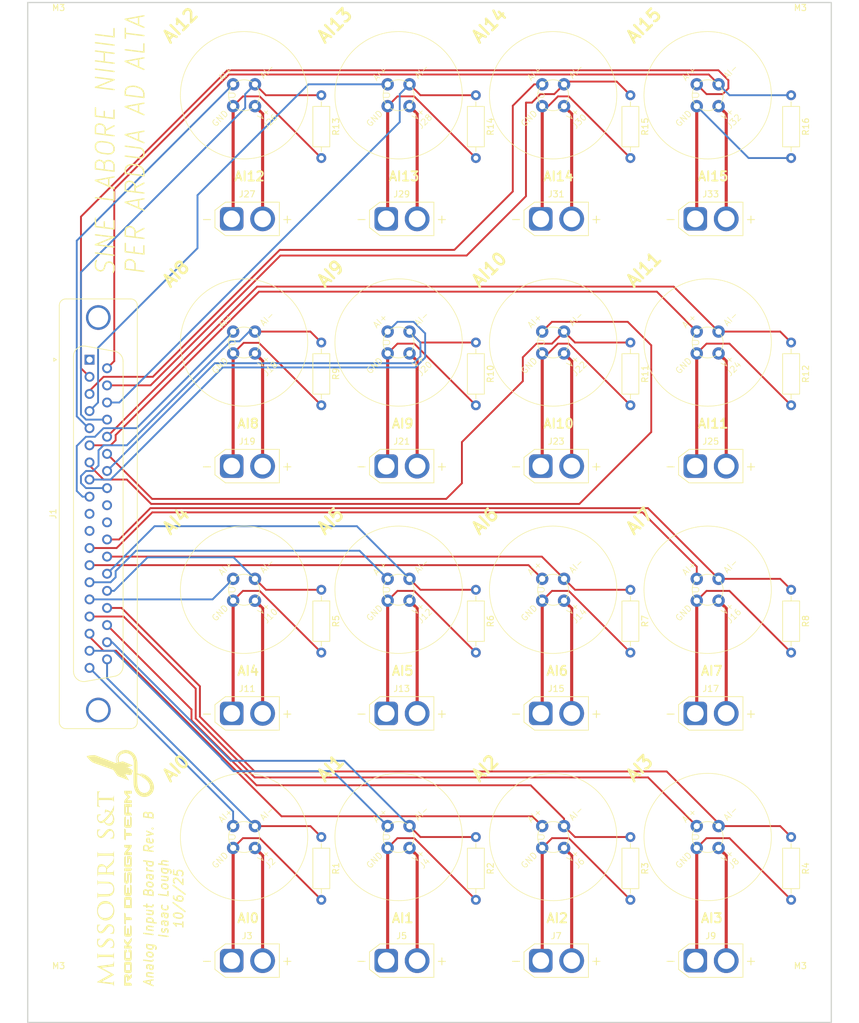
<source format=kicad_pcb>
(kicad_pcb (version 20241229) (generator "pcbnew") (generator_version "9.0")
  (title_block (title "AI Board") (date "2025-07-15") (rev "B") (company "Missouri S&T Rocket Design Team") (comment 1 "Designer: Isaac Lough"))
  (layers (0 "F.Cu" signal) (2 "B.Cu" signal) (13 "F.Paste" user) (15 "B.Paste" user) (5 "F.SilkS" user "F.Silkscreen") (7 "B.SilkS" user "B.Silkscreen") (1 "F.Mask" user) (3 "B.Mask" user) (25 "Edge.Cuts" user))
  (net 0 "")
  (net 1 "/AI9+")
  (net 2 "/AI15+")
  (net 3 "/AI1-")
  (net 4 "/AI12-")
  (net 5 "/NC")
  (net 6 "/AI14+")
  (net 7 "/COM")
  (net 8 "/AI0+")
  (net 9 "/AI3+")
  (net 10 "/AI10+")
  (net 11 "/AI2+")
  (net 12 "/AI2-")
  (net 13 "/AI3-")
  (net 14 "/AI1+")
  (net 15 "/AI5-")
  (net 16 "/AI7+")
  (net 17 "/AI13-")
  (net 18 "/AI8-")
  (net 19 "/AI6-")
  (net 20 "/AI6+")
  (net 21 "/AI10-")
  (net 22 "/AI5+")
  (net 23 "/AI13+")
  (net 24 "/AI12+")
  (net 25 "/AI4+")
  (net 26 "/AI14-")
  (net 27 "/AI7-")
  (net 28 "/AI0-")
  (net 29 "/AI11-")
  (net 31 "/AI9-")
  (net 32 "/AI4-")
  (net 33 "/AI15-")
  (net 34 "/AI11+")
  (net 35 "/AI8+")
  (net 36 "Net-(J2-Pin_3)")
  (net 37 "Net-(J2-Pin_4)")
  (net 38 "Net-(J4-Pin_3)")
  (net 39 "Net-(J4-Pin_4)")
  (net 40 "Net-(J6-Pin_4)")
  (net 41 "Net-(J6-Pin_3)")
  (net 42 "Net-(J8-Pin_4)")
  (net 43 "Net-(J8-Pin_3)")
  (net 44 "Net-(J10-Pin_3)")
  (net 45 "Net-(J10-Pin_4)")
  (net 46 "Net-(J12-Pin_4)")
  (net 47 "Net-(J12-Pin_3)")
  (net 48 "Net-(J14-Pin_4)")
  (net 49 "Net-(J14-Pin_3)")
  (net 50 "Net-(J16-Pin_4)")
  (net 51 "Net-(J16-Pin_3)")
  (net 52 "Net-(J18-Pin_4)")
  (net 53 "Net-(J18-Pin_3)")
  (net 54 "Net-(J20-Pin_4)")
  (net 55 "Net-(J20-Pin_3)")
  (net 56 "Net-(J22-Pin_4)")
  (net 57 "Net-(J22-Pin_3)")
  (net 58 "Net-(J24-Pin_3)")
  (net 59 "Net-(J24-Pin_4)")
  (net 60 "Net-(J26-Pin_3)")
  (net 61 "Net-(J26-Pin_4)")
  (net 62 "Net-(J28-Pin_3)")
  (net 63 "Net-(J28-Pin_4)")
  (net 64 "Net-(J30-Pin_4)")
  (net 65 "Net-(J30-Pin_3)")
  (net 66 "Net-(J32-Pin_4)")
  (net 67 "Net-(J32-Pin_3)")
  (footprint "Metric_Circular_Connectors:M12 A-Code Amphenol" (layer "F.Cu") (at 125 110 45)
    (property "Reference" "J16")
    (property "Value" "AI7 M12")
  )
  (footprint "Resistor_THT:R_Axial_DIN0207_L6.3mm_D2.5mm_P10.16mm_Horizontal" (layer "F.Cu") (at 138.5 70 -90)
    (property "Reference" "R12")
    (property "Value" "R")
  )
  (footprint "Metric_Circular_Connectors:M12 A-Code Amphenol" (layer "F.Cu") (at 100 70 45)
    (property "Reference" "J22")
    (property "Value" "AI10 M12")
  )
  (footprint "Connector_AMASS:AMASS_XT30U-F_1x02_P5.0mm_Vertical" (layer "F.Cu") (at 98 50)
    (property "Reference" "J31")
    (property "Value" "AI14 XT30")
  )
  (footprint "MountingHole:MountingHole_3.2mm_M3" (layer "F.Cu") (at 20 20)
    (property "Reference" "M3")
    (property "Value" "MountingHole_3.2mm_M3")
  )
  (footprint "Connector_AMASS:AMASS_XT30U-F_1x02_P5.0mm_Vertical" (layer "F.Cu") (at 73 170)
    (property "Reference" "J5")
    (property "Value" "AI1 XT30")
  )
  (footprint "MountingHole:MountingHole_3.2mm_M3" (layer "F.Cu") (at 140 20)
    (property "Reference" "M3")
    (property "Value" "MountingHole_3.2mm_M3")
  )
  (footprint "Metric_Circular_Connectors:M12 A-Code Amphenol" (layer "F.Cu") (at 125 30 45)
    (property "Reference" "J32")
    (property "Value" "AI15 M12")
  )
  (footprint "Metric_Circular_Connectors:M12 A-Code Amphenol" (layer "F.Cu") (at 50 110 45)
    (property "Reference" "J10")
    (property "Value" "AI4 M12")
  )
  (footprint "Metric_Circular_Connectors:M12 A-Code Amphenol" (layer "F.Cu") (at 100 150 45)
    (property "Reference" "J6")
    (property "Value" "AI2 M12")
  )
  (footprint "Metric_Circular_Connectors:M12 A-Code Amphenol" (layer "F.Cu") (at 50 70 45)
    (property "Reference" "J18")
    (property "Value" "AI8 M12")
  )
  (footprint "MST RDT PR:MSTRDTLogoFootprint11mm" (layer "F.Cu") (at 30 155 90)
    (property "Reference" "G***" (hide yes))
    (property "Value" "LOGO" (hide yes))
  )
  (footprint "Connector_AMASS:AMASS_XT30U-F_1x02_P5.0mm_Vertical" (layer "F.Cu") (at 98 90)
    (property "Reference" "J23")
    (property "Value" "AI10 XT30")
  )
  (footprint "Metric_Circular_Connectors:M12 A-Code Amphenol" (layer "F.Cu") (at 50 30 45)
    (property "Reference" "J26")
    (property "Value" "AI12 M12")
  )
  (footprint "Resistor_THT:R_Axial_DIN0207_L6.3mm_D2.5mm_P10.16mm_Horizontal" (layer "F.Cu") (at 138.5 150 -90)
    (property "Reference" "R4")
    (property "Value" "R")
  )
  (footprint "Connector_Dsub:DSUB-37_Socket_Vertical_P2.77x2.84mm_MountingHoles" (layer "F.Cu") (at 25 72.78 90)
    (property "Reference" "J1")
    (property "Value" "DC37_Socket_MountingHoles")
  )
  (footprint "Resistor_THT:R_Axial_DIN0207_L6.3mm_D2.5mm_P10.16mm_Horizontal" (layer "F.Cu") (at 112.5 70 -90)
    (property "Reference" "R11")
    (property "Value" "R")
  )
  (footprint "MountingHole:MountingHole_3.2mm_M3" (layer "F.Cu") (at 20 175)
    (property "Reference" "M3")
    (property "Value" "MountingHole_3.2mm_M3")
  )
  (footprint "Connector_AMASS:AMASS_XT30U-F_1x02_P5.0mm_Vertical" (layer "F.Cu") (at 123 50)
    (property "Reference" "J33")
    (property "Value" "AI15 XT30")
  )
  (footprint "Metric_Circular_Connectors:M12 A-Code Amphenol" (layer "F.Cu") (at 100 110 45)
    (property "Reference" "J14")
    (property "Value" "AI6 M12")
  )
  (footprint "Connector_AMASS:AMASS_XT30U-F_1x02_P5.0mm_Vertical" (layer "F.Cu") (at 48 130)
    (property "Reference" "J11")
    (property "Value" "AI4 XT30")
  )
  (footprint "Metric_Circular_Connectors:M12 A-Code Amphenol" (layer "F.Cu") (at 125 70 45)
    (property "Reference" "J24")
    (property "Value" "AI11 M12")
  )
  (footprint "Metric_Circular_Connectors:M12 A-Code Amphenol" (layer "F.Cu") (at 75 30 45)
    (property "Reference" "J28")
    (property "Value" "AI13 M12")
  )
  (footprint "Connector_AMASS:AMASS_XT30U-F_1x02_P5.0mm_Vertical" (layer "F.Cu") (at 48 90)
    (property "Reference" "J19")
    (property "Value" "AI8 XT30")
  )
  (footprint "Metric_Circular_Connectors:M12 A-Code Amphenol" (layer "F.Cu") (at 75 110 45)
    (property "Reference" "J12")
    (property "Value" "AI5 M12")
  )
  (footprint "Resistor_THT:R_Axial_DIN0207_L6.3mm_D2.5mm_P10.16mm_Horizontal" (layer "F.Cu") (at 87.5 150 -90)
    (property "Reference" "R2")
    (property "Value" "R")
  )
  (footprint "Metric_Circular_Connectors:M12 A-Code Amphenol" (layer "F.Cu") (at 75 70 45)
    (property "Reference" "J20")
    (property "Value" "AI9 M12")
  )
  (footprint "Connector_AMASS:AMASS_XT30U-F_1x02_P5.0mm_Vertical" (layer "F.Cu") (at 73 130)
    (property "Reference" "J13")
    (property "Value" "AI5 XT30")
  )
  (footprint "Resistor_THT:R_Axial_DIN0207_L6.3mm_D2.5mm_P10.16mm_Horizontal" (layer "F.Cu") (at 87.5 70 -90)
    (property "Reference" "R10")
    (property "Value" "R")
  )
  (footprint "Resistor_THT:R_Axial_DIN0207_L6.3mm_D2.5mm_P10.16mm_Horizontal" (layer "F.Cu") (at 138.5 30 -90)
    (property "Reference" "R16")
    (property "Value" "R")
  )
  (footprint "Connector_AMASS:AMASS_XT30U-F_1x02_P5.0mm_Vertical" (layer "F.Cu") (at 98 170)
    (property "Reference" "J7")
    (property "Value" "AI2 XT30")
  )
  (footprint "Resistor_THT:R_Axial_DIN0207_L6.3mm_D2.5mm_P10.16mm_Horizontal" (layer "F.Cu") (at 87.5 110 -90)
    (property "Reference" "R6")
    (property "Value" "R")
  )
  (footprint "Connector_AMASS:AMASS_XT30U-F_1x02_P5.0mm_Vertical" (layer "F.Cu") (at 73 90)
    (property "Reference" "J21")
    (property "Value" "AI9 XT30")
  )
  (footprint "Resistor_THT:R_Axial_DIN0207_L6.3mm_D2.5mm_P10.16mm_Horizontal" (layer "F.Cu") (at 138.5 110 -90)
    (property "Reference" "R8")
    (property "Value" "R")
  )
  (footprint "Resistor_THT:R_Axial_DIN0207_L6.3mm_D2.5mm_P10.16mm_Horizontal" (layer "F.Cu") (at 87.5 30 -90)
    (property "Reference" "R14")
    (property "Value" "R")
  )
  (footprint "Resistor_THT:R_Axial_DIN0207_L6.3mm_D2.5mm_P10.16mm_Horizontal" (layer "F.Cu") (at 112.5 30 -90)
    (property "Reference" "R15")
    (property "Value" "R")
  )
  (footprint "Connector_AMASS:AMASS_XT30U-F_1x02_P5.0mm_Vertical" (layer "F.Cu") (at 48 170)
    (property "Reference" "J3")
    (property "Value" "AI0 XT30")
  )
  (footprint "Metric_Circular_Connectors:M12 A-Code Amphenol" (layer "F.Cu") (at 75 150 45)
    (property "Reference" "J4")
    (property "Value" "AI1 M12")
  )
  (footprint "MountingHole:MountingHole_3.2mm_M3" (layer "F.Cu") (at 140 175)
    (property "Reference" "M3")
    (property "Value" "MountingHole_3.2mm_M3")
  )
  (footprint "Metric_Circular_Connectors:M12 A-Code Amphenol" (layer "F.Cu") (at 50 150 45)
    (property "Reference" "J2")
    (property "Value" "AI0 M12")
  )
  (footprint "Connector_AMASS:AMASS_XT30U-F_1x02_P5.0mm_Vertical" (layer "F.Cu") (at 48 50)
    (property "Reference" "J27")
    (property "Value" "AI12 XT30")
  )
  (footprint "Connector_AMASS:AMASS_XT30U-F_1x02_P5.0mm_Vertical" (layer "F.Cu") (at 98 130)
    (property "Reference" "J15")
    (property "Value" "AI6 XT30")
  )
  (footprint "Connector_AMASS:AMASS_XT30U-F_1x02_P5.0mm_Vertical" (layer "F.Cu") (at 123 130)
    (property "Reference" "J17")
    (property "Value" "AI7 XT30")
  )
  (footprint "Connector_AMASS:AMASS_XT30U-F_1x02_P5.0mm_Vertical" (layer "F.Cu") (at 123 170)
    (property "Reference" "J9")
    (property "Value" "AI3 XT30")
  )
  (footprint "Connector_AMASS:AMASS_XT30U-F_1x02_P5.0mm_Vertical" (layer "F.Cu") (at 73 50)
    (property "Reference" "J29")
    (property "Value" "AI13 XT30")
  )
  (footprint "Connector_AMASS:AMASS_XT30U-F_1x02_P5.0mm_Vertical" (layer "F.Cu") (at 123 90)
    (property "Reference" "J25")
    (property "Value" "AI11 XT30")
  )
  (footprint "Resistor_THT:R_Axial_DIN0207_L6.3mm_D2.5mm_P10.16mm_Horizontal" (layer "F.Cu") (at 112.5 150 -90)
    (property "Reference" "R3")
    (property "Value" "R")
  )
  (footprint "Resistor_THT:R_Axial_DIN0207_L6.3mm_D2.5mm_P10.16mm_Horizontal" (layer "F.Cu") (at 112.5 110 -90)
    (property "Reference" "R7")
    (property "Value" "R")
  )
  (footprint "Metric_Circular_Connectors:M12 A-Code Amphenol" (layer "F.Cu") (at 100 30 45)
    (property "Reference" "J30")
    (property "Value" "AI14 M12")
  )
  (footprint "Resistor_THT:R_Axial_DIN0207_L6.3mm_D2.5mm_P10.16mm_Horizontal" (layer "F.Cu") (at 62.5 110 -90)
    (property "Reference" "R5")
    (property "Value" "R")
  )
  (footprint "Resistor_THT:R_Axial_DIN0207_L6.3mm_D2.5mm_P10.16mm_Horizontal" (layer "F.Cu") (at 62.5 70 -90)
    (property "Reference" "R9")
    (property "Value" "R")
  )
  (footprint "Resistor_THT:R_Axial_DIN0207_L6.3mm_D2.5mm_P10.16mm_Horizontal" (layer "F.Cu") (at 62.5 30 -90)
    (property "Reference" "R13")
    (property "Value" "R")
  )
  (footprint "Resistor_THT:R_Axial_DIN0207_L6.3mm_D2.5mm_P10.16mm_Horizontal" (layer "F.Cu") (at 62.5 150 -90)
    (property "Reference" "R1")
    (property "Value" "R")
  )
  (footprint "Metric_Circular_Connectors:M12 A-Code Amphenol" (layer "F.Cu") (at 125 150 45)
    (property "Reference" "J8")
    (property "Value" "AI3 M12")
  )
  (gr_rect (start 15 15) (end 145 180) (stroke (width 0.2)) (fill no) (layer "Edge.Cuts"))
  (gr_text "SINE LABORE NIHIL \nPER ARDUA AD ALTA" (at 30 38 90) (layer "F.SilkS") (effects (font (size 3 2.8) (thickness 0.225) (italic yes))))
  (gr_text "AI9" (at 73.75 84 0) (layer "F.SilkS") (effects (font (size 1.5 1.5) (thickness 0.3) (bold yes)) (justify left bottom)))
  (gr_text "AI6" (at 98.75 124 0) (layer "F.SilkS") (effects (font (size 1.5 1.5) (thickness 0.3) (bold yes)) (justify left bottom)))
  (gr_text "AI12" (at 38 22 45) (layer "F.SilkS") (effects (font (size 2 2) (thickness 0.4) (bold yes)) (justify left bottom)))
  (gr_text "AI15" (at 113 22 45) (layer "F.SilkS") (effects (font (size 2 2) (thickness 0.4) (bold yes)) (justify left bottom)))
  (gr_text "AI8" (at 48.75 84 0) (layer "F.SilkS") (effects (font (size 1.5 1.5) (thickness 0.3) (bold yes)) (justify left bottom)))
  (gr_text "AI11" (at 123.25 84 0) (layer "F.SilkS") (effects (font (size 1.5 1.5) (thickness 0.3) (bold yes)) (justify left bottom)))
  (gr_text "AI5" (at 63 101.5 45) (layer "F.SilkS") (effects (font (size 2 2) (thickness 0.4) (bold yes)) (justify left bottom)))
  (gr_text "AI9" (at 63 61.5 45) (layer "F.SilkS") (effects (font (size 2 2) (thickness 0.4) (bold yes)) (justify left bottom)))
  (gr_text "AI1\n" (at 73.75 164 0) (layer "F.SilkS") (effects (font (size 1.5 1.5) (thickness 0.3) (bold yes)) (justify left bottom)))
  (gr_text "AI11" (at 113 61.5 45) (layer "F.SilkS") (effects (font (size 2 2) (thickness 0.4) (bold yes)) (justify left bottom)))
  (gr_text "Analog Input Board Rev. B\nIsaac Lough\n10/6/25" (at 37 160 90) (layer "F.SilkS") (effects (font (size 1.5 1.4) (thickness 0.225) (italic yes))))
  (gr_text "AI3" (at 123.75 164 0) (layer "F.SilkS") (effects (font (size 1.5 1.5) (thickness 0.3) (bold yes)) (justify left bottom)))
  (gr_text "AI2" (at 98.75 164 0) (layer "F.SilkS") (effects (font (size 1.5 1.5) (thickness 0.3) (bold yes)) (justify left bottom)))
  (gr_text "AI7" (at 113 101.5 45) (layer "F.SilkS") (effects (font (size 2 2) (thickness 0.4) (bold yes)) (justify left bottom)))
  (gr_text "AI15" (at 123.25 44 0) (layer "F.SilkS") (effects (font (size 1.5 1.5) (thickness 0.3) (bold yes)) (justify left bottom)))
  (gr_text "AI0\n" (at 38 141.5 45) (layer "F.SilkS") (effects (font (size 2 2) (thickness 0.4) (bold yes)) (justify left bottom)))
  (gr_text "AI13" (at 73.25 44 0) (layer "F.SilkS") (effects (font (size 1.5 1.5) (thickness 0.3) (bold yes)) (justify left bottom)))
  (gr_text "AI4" (at 48.75 124 0) (layer "F.SilkS") (effects (font (size 1.5 1.5) (thickness 0.3) (bold yes)) (justify left bottom)))
  (gr_text "AI14" (at 88 22 45) (layer "F.SilkS") (effects (font (size 2 2) (thickness 0.4) (bold yes)) (justify left bottom)))
  (gr_text "AI14" (at 98.25 44 0) (layer "F.SilkS") (effects (font (size 1.5 1.5) (thickness 0.3) (bold yes)) (justify left bottom)))
  (gr_text "AI10" (at 88 61.5 45) (layer "F.SilkS") (effects (font (size 2 2) (thickness 0.4) (bold yes)) (justify left bottom)))
  (gr_text "AI10" (at 98.25 84 0) (layer "F.SilkS") (effects (font (size 1.5 1.5) (thickness 0.3) (bold yes)) (justify left bottom)))
  (gr_text "AI2\n" (at 88 141.5 45) (layer "F.SilkS") (effects (font (size 2 2) (thickness 0.4) (bold yes)) (justify left bottom)))
  (gr_text "AI12" (at 48.25 44 0) (layer "F.SilkS") (effects (font (size 1.5 1.5) (thickness 0.3) (bold yes)) (justify left bottom)))
  (gr_text "AI7" (at 123.75 124 0) (layer "F.SilkS") (effects (font (size 1.5 1.5) (thickness 0.3) (bold yes)) (justify left bottom)))
  (gr_text "AI4" (at 38 101.5 45) (layer "F.SilkS") (effects (font (size 2 2) (thickness 0.4) (bold yes)) (justify left bottom)))
  (gr_text "AI0\n" (at 48.75 164 0) (layer "F.SilkS") (effects (font (size 1.5 1.5) (thickness 0.3) (bold yes)) (justify left bottom)))
  (gr_text "AI13" (at 63 22 45) (layer "F.SilkS") (effects (font (size 2 2) (thickness 0.4) (bold yes)) (justify left bottom)))
  (gr_text "AI1\n" (at 63 141.5 45) (layer "F.SilkS") (effects (font (size 2 2) (thickness 0.4) (bold yes)) (justify left bottom)))
  (gr_text "AI8\n" (at 38 61.5 45) (layer "F.SilkS") (effects (font (size 2 2) (thickness 0.4) (bold yes)) (justify left bottom)))
  (gr_text "AI6" (at 88 101.5 45) (layer "F.SilkS") (effects (font (size 2 2) (thickness 0.4) (bold yes)) (justify left bottom)))
  (gr_text "AI3" (at 113 141.5 45) (layer "F.SilkS") (effects (font (size 2 2) (thickness 0.4) (bold yes)) (justify left bottom)))
  (gr_text "AI5" (at 73.75 124 0) (layer "F.SilkS") (effects (font (size 1.5 1.5) (thickness 0.3) (bold yes)) (justify left bottom)))
  (segment (start 78.994 68.218917) (end 77.423716 66.648633) (width 0.3) (layer "B.Cu") (net 1))
  (segment (start 79.2988 68.523717) (end 78.994 68.218917) (width 0.3) (layer "B.Cu") (net 1))
  (segment (start 79.2988 72.443039) (end 79.2988 68.523717) (width 0.3) (layer "B.Cu") (net 1))
  (segment (start 46.546739 74.034967) (end 77.706872 74.034967) (width 0.3) (layer "B.Cu") (net 1))
  (segment (start 77.423716 66.648633) (end 74.815833 66.648633) (width 0.3) (layer "B.Cu") (net 1))
  (segment (start 28.411706 92.17) (end 46.546739 74.034967) (width 0.3) (layer "B.Cu") (net 1))
  (segment (start 25 92.17) (end 28.411706 92.17) (width 0.3) (layer "B.Cu") (net 1))
  (segment (start 74.815833 66.648633) (end 73.232233 68.232233) (width 0.3) (layer "B.Cu") (net 1))
  (segment (start 77.706872 74.034967) (end 79.2988 72.443039) (width 0.3) (layer "B.Cu") (net 1))
  (segment (start 128.351367 27.576284) (end 128.351367 28.888182) (width 0.3) (layer "F.Cu") (net 2))
  (segment (start 25 75.55) (end 23.6164 74.1664) (width 0.3) (layer "F.Cu") (net 2))
  (segment (start 23.6164 74.1664) (end 23.6164 49.641761) (width 0.3) (layer "F.Cu") (net 2))
  (segment (start 126.733883 25.9588) (end 128.351367 27.576284) (width 0.3) (layer "F.Cu") (net 2))
  (segment (start 124.815833 29.815833) (end 123.232233 28.232233) (width 0.3) (layer "F.Cu") (net 2))
  (segment (start 127.423716 29.815833) (end 124.815833 29.815833) (width 0.3) (layer "F.Cu") (net 2))
  (segment (start 23.6164 49.641761) (end 47.299361 25.9588) (width 0.3) (layer "F.Cu") (net 2))
  (segment (start 47.299361 25.9588) (end 126.733883 25.9588) (width 0.3) (layer "F.Cu") (net 2))
  (segment (start 128.351367 28.888182) (end 127.423716 29.815833) (width 0.3) (layer "F.Cu") (net 2))
  (segment (start 76.767767 148.232233) (end 78.535534 150) (width 0.3) (layer "F.Cu") (net 3))
  (segment (start 78.535534 150) (end 87.5 150) (width 0.3) (layer "F.Cu") (net 3))
  (segment (start 28.6706 118.485) (end 47.8536 137.668) (width 0.3) (layer "B.Cu") (net 3))
  (segment (start 27.84 118.485) (end 28.6706 118.485) (width 0.3) (layer "B.Cu") (net 3))
  (segment (start 47.8536 137.668) (end 66.203534 137.668) (width 0.3) (layer "B.Cu") (net 3))
  (segment (start 66.203534 137.668) (end 76.767767 148.232233) (width 0.3) (layer "B.Cu") (net 3))
  (segment (start 62.5 30) (end 53.535534 30) (width 0.3) (layer "F.Cu") (net 4))
  (segment (start 53.535534 30) (end 51.767767 28.232233) (width 0.3) (layer "F.Cu") (net 4))
  (segment (start 27.84 82.475) (end 24.428294 82.475) (width 0.3) (layer "B.Cu") (net 4))
  (segment (start 50.184167 32.055382) (end 50.184167 29.815833) (width 0.3) (layer "B.Cu") (net 4))
  (segment (start 23.6164 81.663106) (end 23.6164 58.623149) (width 0.3) (layer "B.Cu") (net 4))
  (segment (start 23.6164 58.623149) (end 50.184167 32.055382) (width 0.3) (layer "B.Cu") (net 4))
  (segment (start 24.428294 82.475) (end 23.6164 81.663106) (width 0.3) (layer "B.Cu") (net 4))
  (segment (start 50.184167 29.815833) (end 51.767767 28.232233) (width 0.3) (layer "B.Cu") (net 4))
  (segment (start 84.0232 55.0164) (end 93.472 45.5676) (width 0.3) (layer "F.Cu") (net 6))
  (segment (start 96.938967 28.232233) (end 98.232233 28.232233) (width 0.3) (layer "F.Cu") (net 6))
  (segment (start 55.7784 55.0164) (end 84.0232 55.0164) (width 0.3) (layer "F.Cu") (net 6))
  (segment (start 93.472 45.5676) (end 93.472 31.6992) (width 0.3) (layer "F.Cu") (net 6))
  (segment (start 27.266894 75.5486) (end 35.2462 75.5486) (width 0.3) (layer "F.Cu") (net 6))
  (segment (start 35.2462 75.5486) (end 55.7784 55.0164) (width 0.3) (layer "F.Cu") (net 6))
  (segment (start 93.472 31.6992) (end 96.938967 28.232233) (width 0.3) (layer "F.Cu") (net 6))
  (segment (start 25 78.32) (end 25 77.815494) (width 0.3) (layer "F.Cu") (net 6))
  (segment (start 25 77.815494) (end 27.266894 75.5486) (width 0.3) (layer "F.Cu") (net 6))
  (segment (start 48.232233 145.872233) (end 48.232233 148.232233) (width 0.3) (layer "B.Cu") (net 8))
  (segment (start 25 122.64) (end 48.232233 145.872233) (width 0.3) (layer "B.Cu") (net 8))
  (segment (start 115.3604 140.3604) (end 123.232233 148.232233) (width 0.3) (layer "F.Cu") (net 9))
  (segment (start 30.51 114.33) (end 42.177 125.997) (width 0.3) (layer "F.Cu") (net 9))
  (segment (start 25 114.33) (end 25 114.831706) (width 0.3) (layer "F.Cu") (net 9))
  (segment (start 51.712844 140.3604) (end 115.3604 140.3604) (width 0.3) (layer "F.Cu") (net 9))
  (segment (start 25 114.831706) (end 25.592075 114.239631) (width 0.3) (layer "F.Cu") (net 9))
  (segment (start 25 114.33) (end 30.51 114.33) (width 0.3) (layer "F.Cu") (net 9))
  (segment (start 42.177 130.824556) (end 51.712844 140.3604) (width 0.3) (layer "F.Cu") (net 9))
  (segment (start 42.177 125.997) (end 42.177 130.824556) (width 0.3) (layer "F.Cu") (net 9))
  (segment (start 115.8748 70.4596) (end 112.063833 66.648633) (width 0.3) (layer "F.Cu") (net 10))
  (segment (start 27.266894 92.1686) (end 31.026844 92.1686) (width 0.3) (layer "F.Cu") (net 10))
  (segment (start 115.8748 84.4804) (end 115.8748 70.4596) (width 0.3) (layer "F.Cu") (net 10))
  (segment (start 25 89.4) (end 25 89.901706) (width 0.3) (layer "F.Cu") (net 10))
  (segment (start 99.815833 66.648633) (end 98.232233 68.232233) (width 0.3) (layer "F.Cu") (net 10))
  (segment (start 102.423716 66.648633) (end 99.815833 66.648633) (width 0.3) (layer "F.Cu") (net 10))
  (segment (start 104.2416 96.1136) (end 115.8748 84.4804) (width 0.3) (layer "F.Cu") (net 10))
  (segment (start 25 89.901706) (end 27.266894 92.1686) (width 0.3) (layer "F.Cu") (net 10))
  (segment (start 34.971844 96.1136) (end 104.2416 96.1136) (width 0.3) (layer "F.Cu") (net 10))
  (segment (start 112.063833 66.648633) (end 102.0064 66.648633) (width 0.3) (layer "F.Cu") (net 10))
  (segment (start 31.026844 92.1686) (end 34.971844 96.1136) (width 0.3) (layer "F.Cu") (net 10))
  (segment (start 27.266894 119.8686) (end 29.287532 119.8686) (width 0.3) (layer "F.Cu") (net 11))
  (segment (start 56.067565 146.648633) (end 96.648633 146.648633) (width 0.3) (layer "F.Cu") (net 11))
  (segment (start 29.287532 119.8686) (end 56.067565 146.648633) (width 0.3) (layer "F.Cu") (net 11))
  (segment (start 25 117.1) (end 25 117.601706) (width 0.3) (layer "F.Cu") (net 11))
  (segment (start 96.648633 146.648633) (end 98.232233 148.232233) (width 0.3) (layer "F.Cu") (net 11))
  (segment (start 25 117.601706) (end 27.266894 119.8686) (width 0.3) (layer "F.Cu") (net 11))
  (segment (start 103.535534 150) (end 101.767767 148.232233) (width 0.3) (layer "F.Cu") (net 12))
  (segment (start 41.4934 129.3684) (end 41.4934 131.107712) (width 0.3) (layer "F.Cu") (net 12))
  (segment (start 41.4934 131.107712) (end 52.016088 141.6304) (width 0.3) (layer "F.Cu") (net 12))
  (segment (start 52.016088 141.6304) (end 96.3676 141.6304) (width 0.3) (layer "F.Cu") (net 12))
  (segment (start 101.767767 147.030567) (end 101.767767 148.232233) (width 0.3) (layer "F.Cu") (net 12))
  (segment (start 96.3676 141.6304) (end 101.767767 147.030567) (width 0.3) (layer "F.Cu") (net 12))
  (segment (start 27.84 115.715) (end 41.4934 129.3684) (width 0.3) (layer "F.Cu") (net 12))
  (segment (start 112.5 150) (end 103.535534 150) (width 0.3) (layer "F.Cu") (net 12))
  (segment (start 138.5 150) (end 136.732233 148.232233) (width 0.3) (layer "F.Cu") (net 13))
  (segment (start 118.364 139.3952) (end 126.767767 147.798967) (width 0.3) (layer "F.Cu") (net 13))
  (segment (start 42.8606 130.5414) (end 51.7144 139.3952) (width 0.3) (layer "F.Cu") (net 13))
  (segment (start 51.7144 139.3952) (end 118.364 139.3952) (width 0.3) (layer "F.Cu") (net 13))
  (segment (start 42.8606 125.6138) (end 42.8606 130.5414) (width 0.3) (layer "F.Cu") (net 13))
  (segment (start 30.1918 112.945) (end 42.8606 125.6138) (width 0.3) (layer "F.Cu") (net 13))
  (segment (start 126.767767 147.798967) (end 126.767767 148.232233) (width 0.3) (layer "F.Cu") (net 13))
  (segment (start 136.732233 148.232233) (end 126.767767 148.232233) (width 0.3) (layer "F.Cu") (net 13))
  (segment (start 27.84 112.945) (end 30.1918 112.945) (width 0.3) (layer "F.Cu") (net 13))
  (segment (start 28.938 119.87) (end 46.3804 137.3124) (width 0.3) (layer "B.Cu") (net 14))
  (segment (start 48.3108 139.3444) (end 64.3444 139.3444) (width 0.3) (layer "B.Cu") (net 14))
  (segment (start 46.3804 137.414) (end 48.3108 139.3444) (width 0.3) (layer "B.Cu") (net 14))
  (segment (start 46.3804 137.3124) (end 46.3804 137.414) (width 0.3) (layer "B.Cu") (net 14))
  (segment (start 64.3444 139.3444) (end 73.232233 148.232233) (width 0.3) (layer "B.Cu") (net 14))
  (segment (start 25 119.87) (end 28.938 119.87) (width 0.3) (layer "B.Cu") (net 14))
  (segment (start 78.535534 110) (end 76.767767 108.232233) (width 0.3) (layer "F.Cu") (net 15))
  (segment (start 87.5 110) (end 78.535534 110) (width 0.3) (layer "F.Cu") (net 15))
  (segment (start 68.255934 99.7204) (end 76.767767 108.232233) (width 0.3) (layer "B.Cu") (net 15))
  (segment (start 27.84 107.405) (end 35.5246 99.7204) (width 0.3) (layer "B.Cu") (net 15))
  (segment (start 35.5246 99.7204) (end 68.255934 99.7204) (width 0.3) (layer "B.Cu") (net 15))
  (segment (start 25 103.25) (end 29.3844 103.25) (width 0.3) (layer "F.Cu") (net 16))
  (segment (start 114.448 97.4808) (end 123.232233 106.265033) (width 0.3) (layer "F.Cu") (net 16))
  (segment (start 29.3844 103.25) (end 35.1536 97.4808) (width 0.3) (layer "F.Cu") (net 16))
  (segment (start 123.232233 106.265033) (end 123.232233 108.232233) (width 0.3) (layer "F.Cu") (net 16))
  (segment (start 35.1536 97.4808) (end 114.448 97.4808) (width 0.3) (layer "F.Cu") (net 16))
  (segment (start 87.5 30) (end 78.535534 30) (width 0.3) (layer "F.Cu") (net 17))
  (segment (start 78.535534 30) (end 76.767767 28.232233) (width 0.3) (layer "F.Cu") (net 17))
  (segment (start 75.184167 34.340633) (end 75.184167 29.815833) (width 0.3) (layer "B.Cu") (net 17))
  (segment (start 29.8198 79.705) (end 75.184167 34.340633) (width 0.3) (layer "B.Cu") (net 17))
  (segment (start 27.84 79.705) (end 29.8198 79.705) (width 0.3) (layer "B.Cu") (net 17))
  (segment (start 75.184167 29.815833) (end 76.767767 28.232233) (width 0.3) (layer "B.Cu") (net 17))
  (segment (start 62.5 70) (end 60.732233 68.232233) (width 0.3) (layer "F.Cu") (net 18))
  (segment (start 60.732233 68.232233) (end 51.767767 68.232233) (width 0.3) (layer "F.Cu") (net 18))
  (segment (start 49.259367 69.815833) (end 50.842967 68.232233) (width 0.3) (layer "B.Cu") (net 18))
  (segment (start 23.6164 92.743106) (end 23.6164 91.596894) (width 0.3) (layer "B.Cu") (net 18))
  (segment (start 26.4564 89.903106) (end 26.4564 87.441894) (width 0.3) (layer "B.Cu") (net 18))
  (segment (start 27.84 93.555) (end 24.428294 93.555) (width 0.3) (layer "B.Cu") (net 18))
  (segment (start 24.426894 90.7864) (end 25.573106 90.7864) (width 0.3) (layer "B.Cu") (net 18))
  (segment (start 47.842411 69.815833) (end 49.259367 69.815833) (width 0.3) (layer "B.Cu") (net 18))
  (segment (start 26.4564 87.441894) (end 27.266894 86.6314) (width 0.3) (layer "B.Cu") (net 18))
  (segment (start 25.573106 90.7864) (end 26.4564 89.903106) (width 0.3) (layer "B.Cu") (net 18))
  (segment (start 23.6164 91.596894) (end 24.426894 90.7864) (width 0.3) (layer "B.Cu") (net 18))
  (segment (start 31.026844 86.6314) (end 47.842411 69.815833) (width 0.3) (layer "B.Cu") (net 18))
  (segment (start 50.842967 68.232233) (end 51.767767 68.232233) (width 0.3) (layer "B.Cu") (net 18))
  (segment (start 24.428294 93.555) (end 23.6164 92.743106) (width 0.3) (layer "B.Cu") (net 18))
  (segment (start 27.266894 86.6314) (end 31.026844 86.6314) (width 0.3) (layer "B.Cu") (net 18))
  (segment (start 103.535534 110) (end 101.767767 108.232233) (width 0.3) (layer "F.Cu") (net 19))
  (segment (start 112.5 110) (end 103.535534 110) (width 0.3) (layer "F.Cu") (net 19))
  (segment (start 27.84 104.635) (end 98.170534 104.635) (width 0.3) (layer "F.Cu") (net 19))
  (segment (start 98.170534 104.635) (end 101.767767 108.232233) (width 0.3) (layer "F.Cu") (net 19))
  (segment (start 96.02 106.02) (end 98.232233 108.232233) (width 0.3) (layer "F.Cu") (net 20))
  (segment (start 25 106.02) (end 96.02 106.02) (width 0.3) (layer "F.Cu") (net 20))
  (segment (start 85.2424 86.106) (end 85.2424 92.7608) (width 0.3) (layer "F.Cu") (net 21))
  (segment (start 112.5 70) (end 103.535534 70) (width 0.3) (layer "F.Cu") (net 21))
  (segment (start 103.535534 70) (end 101.767767 68.232233) (width 0.3) (layer "F.Cu") (net 21))
  (segment (start 82.7024 95.3008) (end 35.1258 95.3008) (width 0.3) (layer "F.Cu") (net 21))
  (segment (start 35.1258 95.3008) (end 27.84 88.015) (width 0.3) (layer "F.Cu") (net 21))
  (segment (start 101.767767 68.232233) (end 99.815833 70.184167) (width 0.3) (layer "F.Cu") (net 21))
  (segment (start 85.2424 92.7608) (end 82.7024 95.3008) (width 0.3) (layer "F.Cu") (net 21))
  (segment (start 97.303433 70.184167) (end 95.0976 72.39) (width 0.3) (layer "F.Cu") (net 21))
  (segment (start 95.0976 72.39) (end 95.0976 76.2508) (width 0.3) (layer "F.Cu") (net 21))
  (segment (start 95.0976 76.2508) (end 85.2424 86.106) (width 0.3) (layer "F.Cu") (net 21))
  (segment (start 99.815833 70.184167) (end 97.303433 70.184167) (width 0.3) (layer "F.Cu") (net 21))
  (segment (start 29.2236 107.978106) (end 28.411706 108.79) (width 0.3) (layer "B.Cu") (net 22))
  (segment (start 28.411706 108.79) (end 25 108.79) (width 0.3) (layer "B.Cu") (net 22))
  (segment (start 73.232233 108.232233) (end 68.6828 103.6828) (width 0.3) (layer "B.Cu") (net 22))
  (segment (start 32.528956 103.6828) (end 29.2236 106.988156) (width 0.3) (layer "B.Cu") (net 22))
  (segment (start 29.2236 106.988156) (end 29.2236 107.978106) (width 0.3) (layer "B.Cu") (net 22))
  (segment (start 68.6828 103.6828) (end 32.528956 103.6828) (width 0.3) (layer "B.Cu") (net 22))
  (segment (start 25 81.09) (end 26.3836 79.7064) (width 0.3) (layer "B.Cu") (net 23))
  (segment (start 26.3836 70.829338) (end 42.4688 54.744138) (width 0.3) (layer "B.Cu") (net 23))
  (segment (start 42.4688 46.1772) (end 60.413767 28.232233) (width 0.3) (layer "B.Cu") (net 23))
  (segment (start 26.3836 79.7064) (end 26.3836 70.829338) (width 0.3) (layer "B.Cu") (net 23))
  (segment (start 60.413767 28.232233) (end 73.232233 28.232233) (width 0.3) (layer "B.Cu") (net 23))
  (segment (start 42.4688 54.744138) (end 42.4688 46.1772) (width 0.3) (layer "B.Cu") (net 23))
  (segment (start 22.9328 53.531666) (end 48.232233 28.232233) (width 0.3) (layer "B.Cu") (net 24))
  (segment (start 25 83.86) (end 24.846538 83.86) (width 0.3) (layer "B.Cu") (net 24))
  (segment (start 24.846538 83.86) (end 22.9328 81.946262) (width 0.3) (layer "B.Cu") (net 24))
  (segment (start 22.9328 81.946262) (end 22.9328 53.531666) (width 0.3) (layer "B.Cu") (net 24))
  (segment (start 44.904466 111.56) (end 48.232233 108.232233) (width 0.3) (layer "B.Cu") (net 25))
  (segment (start 25 111.56) (end 44.904466 111.56) (width 0.3) (layer "B.Cu") (net 25))
  (segment (start 55.88 55.9308) (end 86.0044 55.9308) (width 0.3) (layer "F.Cu") (net 26))
  (segment (start 95.6056 46.3296) (end 95.6056 31.1912) (width 0.3) (layer "F.Cu") (net 26))
  (segment (start 27.84 76.935) (end 34.8758 76.935) (width 0.3) (layer "F.Cu") (net 26))
  (segment (start 112.5 30) (end 110.2876 27.7876) (width 0.3) (layer "F.Cu") (net 26))
  (segment (start 96.569251 31.1912) (end 97.944618 29.815833) (width 0.3) (layer "F.Cu") (net 26))
  (segment (start 95.6056 31.1912) (end 96.569251 31.1912) (width 0.3) (layer "F.Cu") (net 26))
  (segment (start 102.2124 27.7876) (end 101.767767 28.232233) (width 0.3) (layer "F.Cu") (net 26))
  (segment (start 34.8758 76.935) (end 55.88 55.9308) (width 0.3) (layer "F.Cu") (net 26))
  (segment (start 97.944618 29.815833) (end 100.184167 29.815833) (width 0.3) (layer "F.Cu") (net 26))
  (segment (start 110.2876 27.7876) (end 102.2124 27.7876) (width 0.3) (layer "F.Cu") (net 26))
  (segment (start 100.184167 29.815833) (end 101.767767 28.232233) (width 0.3) (layer "F.Cu") (net 26))
  (segment (start 86.0044 55.9308) (end 95.6056 46.3296) (width 0.3) (layer "F.Cu") (net 26))
  (segment (start 138.5 110) (end 136.732233 108.232233) (width 0.3) (layer "F.Cu") (net 27))
  (segment (start 34.8488 96.7972) (end 115.332734 96.7972) (width 0.3) (layer "F.Cu") (net 27))
  (segment (start 29.781 101.865) (end 34.8488 96.7972) (width 0.3) (layer "F.Cu") (net 27))
  (segment (start 136.732233 108.232233) (end 126.767767 108.232233) (width 0.3) (layer "F.Cu") (net 27))
  (segment (start 115.332734 96.7972) (end 126.767767 108.232233) (width 0.3) (layer "F.Cu") (net 27))
  (segment (start 27.84 101.865) (end 29.781 101.865) (width 0.3) (layer "F.Cu") (net 27))
  (segment (start 51.767767 148.232233) (end 51.769934 148.2344) (width 0.3) (layer "F.Cu") (net 28))
  (segment (start 51.769934 148.2344) (end 60.7344 148.2344) (width 0.3) (layer "F.Cu") (net 28))
  (segment (start 60.7344 148.2344) (end 62.5 150) (width 0.3) (layer "F.Cu") (net 28))
  (segment (start 27.84 121.255) (end 27.84 124.304466) (width 0.3) (layer "B.Cu") (net 28))
  (segment (start 27.84 124.304466) (end 51.767767 148.232233) (width 0.3) (layer "B.Cu") (net 28))
  (segment (start 138.5 70) (end 136.732233 68.232233) (width 0.3) (layer "F.Cu") (net 29))
  (segment (start 119.495534 60.96) (end 126.767767 68.232233) (width 0.3) (layer "F.Cu") (net 29))
  (segment (start 52.125 60.96) (end 119.495534 60.96) (width 0.3) (layer "F.Cu") (net 29))
  (segment (start 27.84 85.245) (end 52.125 60.96) (width 0.3) (layer "F.Cu") (net 29))
  (segment (start 136.732233 68.232233) (end 126.767767 68.232233) (width 0.3) (layer "F.Cu") (net 29))
  (segment (start 78.535534 70) (end 76.767767 68.232233) (width 0.3) (layer "F.Cu") (net 31))
  (segment (start 87.5 70) (end 78.535534 70) (width 0.3) (layer "F.Cu") (net 31))
  (segment (start 45.273633 73.351367) (end 77.423716 73.351367) (width 0.3) (layer "B.Cu") (net 31))
  (segment (start 78.5368 72.238283) (end 78.5368 70.001266) (width 0.3) (layer "B.Cu") (net 31))
  (segment (start 27.84 90.785) (end 45.273633 73.351367) (width 0.3) (layer "B.Cu") (net 31))
  (segment (start 78.5368 70.001266) (end 76.767767 68.232233) (width 0.3) (layer "B.Cu") (net 31))
  (segment (start 77.423716 73.351367) (end 78.5368 72.238283) (width 0.3) (layer "B.Cu") (net 31))
  (segment (start 53.535534 110) (end 51.767767 108.232233) (width 0.3) (layer "F.Cu") (net 32))
  (segment (start 62.5 110) (end 53.535534 110) (width 0.3) (layer "F.Cu") (net 32))
  (segment (start 48.285134 104.7496) (end 34.39677 104.7496) (width 0.3) (layer "B.Cu") (net 32))
  (segment (start 51.767767 108.232233) (end 48.285134 104.7496) (width 0.3) (layer "B.Cu") (net 32))
  (segment (start 28.97137 110.175) (end 27.84 110.175) (width 0.3) (layer "B.Cu") (net 32))
  (segment (start 34.39677 104.7496) (end 28.97137 110.175) (width 0.3) (layer "B.Cu") (net 32))
  (segment (start 29.0036 73.0014) (end 29.0036 45.221317) (width 0.3) (layer "F.Cu") (net 33))
  (segment (start 47.576284 26.648633) (end 125.184167 26.648633) (width 0.3) (layer "F.Cu") (net 33))
  (segment (start 29.0036 45.221317) (end 47.576284 26.648633) (width 0.3) (layer "F.Cu") (net 33))
  (segment (start 125.184167 26.648633) (end 126.767767 28.232233) (width 0.3) (layer "F.Cu") (net 33))
  (segment (start 27.84 74.165) (end 29.0036 73.0014) (width 0.3) (layer "F.Cu") (net 33))
  (segment (start 138.5 30) (end 128.535534 30) (width 0.3) (layer "B.Cu") (net 33))
  (segment (start 128.535534 30) (end 126.767767 28.232233) (width 0.3) (layer "B.Cu") (net 33))
  (segment (start 52.4256 61.7728) (end 116.7728 61.7728) (width 0.3) (layer "F.Cu") (net 34))
  (segment (start 28.411706 86.63) (end 29.2236 85.818106) (width 0.3) (layer "F.Cu") (net 34))
  (segment (start 116.7728 61.7728) (end 123.232233 68.232233) (width 0.3) (layer "F.Cu") (net 34))
  (segment (start 25 86.63) (end 28.411706 86.63) (width 0.3) (layer "F.Cu") (net 34))
  (segment (start 29.2236 85.818106) (end 29.2236 84.9748) (width 0.3) (layer "F.Cu") (net 34))
  (segment (start 29.2236 84.9748) (end 52.4256 61.7728) (width 0.3) (layer "F.Cu") (net 34))
  (segment (start 32.603066 83.8614) (end 48.232233 68.232233) (width 0.3) (layer "B.Cu") (net 35))
  (segment (start 23.86863 94.94) (end 22.9328 94.00417) (width 0.3) (layer "B.Cu") (net 35))
  (segment (start 22.9328 86.740494) (end 24.426894 85.2464) (width 0.3) (layer "B.Cu") (net 35))
  (segment (start 25 94.94) (end 23.86863 94.94) (width 0.3) (layer "B.Cu") (net 35))
  (segment (start 27.266894 83.8614) (end 32.603066 83.8614) (width 0.3) (layer "B.Cu") (net 35))
  (segment (start 25.881894 85.2464) (end 27.266894 83.8614) (width 0.3) (layer "B.Cu") (net 35))
  (segment (start 22.9328 94.00417) (end 22.9328 86.740494) (width 0.3) (layer "B.Cu") (net 35))
  (segment (start 24.426894 85.2464) (end 25.881894 85.2464) (width 0.3) (layer "B.Cu") (net 35))
  (segment (start 51.767767 151.767767) (end 53 153) (width 0.5) (layer "F.Cu") (net 36))
  (segment (start 53 153) (end 53 170) (width 0.5) (layer "F.Cu") (net 36))
  (segment (start 49.815833 150.184167) (end 48.232233 151.767767) (width 0.3) (layer "F.Cu") (net 37))
  (segment (start 52.524167 150.184167) (end 49.815833 150.184167) (width 0.3) (layer "F.Cu") (net 37))
  (segment (start 62.5 160.16) (end 52.524167 150.184167) (width 0.3) (layer "F.Cu") (net 37))
  (segment (start 48.232233 151.767767) (end 48.232233 169.767767) (width 0.5) (layer "F.Cu") (net 37))
  (segment (start 48.232233 169.767767) (end 48 170) (width 0.3) (layer "F.Cu") (net 37))
  (segment (start 78 153) (end 78 170) (width 0.5) (layer "F.Cu") (net 38))
  (segment (start 76.767767 151.767767) (end 78 153) (width 0.5) (layer "F.Cu") (net 38))
  (segment (start 73.232233 169.767767) (end 73 170) (width 0.3) (layer "F.Cu") (net 39))
  (segment (start 77.524167 150.184167) (end 74.815833 150.184167) (width 0.3) (layer "F.Cu") (net 39))
  (segment (start 74.815833 150.184167) (end 73.232233 151.767767) (width 0.3) (layer "F.Cu") (net 39))
  (segment (start 87.5 160.16) (end 77.524167 150.184167) (width 0.3) (layer "F.Cu") (net 39))
  (segment (start 73.232233 151.767767) (end 73.232233 169.767767) (width 0.5) (layer "F.Cu") (net 39))
  (segment (start 98.232233 169.767767) (end 98 170) (width 0.3) (layer "F.Cu") (net 40))
  (segment (start 102.524167 150.184167) (end 99.815833 150.184167) (width 0.3) (layer "F.Cu") (net 40))
  (segment (start 112.5 160.16) (end 102.524167 150.184167) (width 0.3) (layer "F.Cu") (net 40))
  (segment (start 99.815833 150.184167) (end 98.232233 151.767767) (width 0.3) (layer "F.Cu") (net 40))
  (segment (start 98.232233 151.767767) (end 98.232233 169.767767) (width 0.5) (layer "F.Cu") (net 40))
  (segment (start 101.767767 151.767767) (end 103 153) (width 0.5) (layer "F.Cu") (net 41))
  (segment (start 103 153) (end 103 170) (width 0.5) (layer "F.Cu") (net 41))
  (segment (start 124.815833 150.184167) (end 123.232233 151.767767) (width 0.3) (layer "F.Cu") (net 42))
  (segment (start 123.232233 169.767767) (end 123 170) (width 0.3) (layer "F.Cu") (net 42))
  (segment (start 128.524167 150.184167) (end 124.815833 150.184167) (width 0.3) (layer "F.Cu") (net 42))
  (segment (start 138.5 160.16) (end 128.524167 150.184167) (width 0.3) (layer "F.Cu") (net 42))
  (segment (start 123.232233 151.767767) (end 123.232233 169.767767) (width 0.5) (layer "F.Cu") (net 42))
  (segment (start 128 153) (end 128 170) (width 0.5) (layer "F.Cu") (net 43))
  (segment (start 126.767767 151.767767) (end 128 153) (width 0.5) (layer "F.Cu") (net 43))
  (segment (start 53 113) (end 53 130) (width 0.5) (layer "F.Cu") (net 44))
  (segment (start 51.767767 111.767767) (end 53 113) (width 0.5) (layer "F.Cu") (net 44))
  (segment (start 49.815833 110.184167) (end 48.232233 111.767767) (width 0.3) (layer "F.Cu") (net 45))
  (segment (start 48.232233 111.767767) (end 48.232233 129.767767) (width 0.5) (layer "F.Cu") (net 45))
  (segment (start 48.232233 129.767767) (end 48 130) (width 0.3) (layer "F.Cu") (net 45))
  (segment (start 52.524167 110.184167) (end 49.815833 110.184167) (width 0.3) (layer "F.Cu") (net 45))
  (segment (start 62.5 120.16) (end 52.524167 110.184167) (width 0.3) (layer "F.Cu") (net 45))
  (segment (start 87.5 120.16) (end 77.524167 110.184167) (width 0.3) (layer "F.Cu") (net 46))
  (segment (start 74.815833 110.184167) (end 73.232233 111.767767) (width 0.3) (layer "F.Cu") (net 46))
  (segment (start 73.232233 111.767767) (end 73.232233 129.767767) (width 0.5) (layer "F.Cu") (net 46))
  (segment (start 77.524167 110.184167) (end 74.815833 110.184167) (width 0.3) (layer "F.Cu") (net 46))
  (segment (start 73.232233 129.767767) (end 73 130) (width 0.3) (layer "F.Cu") (net 46))
  (segment (start 78 113) (end 76.767767 111.767767) (width 0.5) (layer "F.Cu") (net 47))
  (segment (start 78 113) (end 78 130) (width 0.5) (layer "F.Cu") (net 47))
  (segment (start 102.524167 110.184167) (end 99.815833 110.184167) (width 0.3) (layer "F.Cu") (net 48))
  (segment (start 98.232233 129.767767) (end 98 130) (width 0.3) (layer "F.Cu") (net 48))
  (segment (start 98.232233 111.767767) (end 98.232233 129.767767) (width 0.5) (layer "F.Cu") (net 48))
  (segment (start 112.5 120.16) (end 102.524167 110.184167) (width 0.3) (layer "F.Cu") (net 48))
  (segment (start 99.815833 110.184167) (end 98.232233 111.767767) (width 0.3) (layer "F.Cu") (net 48))
  (segment (start 103 113) (end 103 130) (width 0.5) (layer "F.Cu") (net 49))
  (segment (start 103 113) (end 101.767767 111.767767) (width 0.5) (layer "F.Cu") (net 49))
  (segment (start 123.232233 111.767767) (end 123.232233 129.767767) (width 0.5) (layer "F.Cu") (net 50))
  (segment (start 123.232233 129.767767) (end 123 130) (width 0.3) (layer "F.Cu") (net 50))
  (segment (start 124.815833 110.184167) (end 123.232233 111.767767) (width 0.3) (layer "F.Cu") (net 50))
  (segment (start 128.524167 110.184167) (end 124.815833 110.184167) (width 0.3) (layer "F.Cu") (net 50))
  (segment (start 138.5 120.16) (end 128.524167 110.184167) (width 0.3) (layer "F.Cu") (net 50))
  (segment (start 128 113) (end 128 130) (width 0.5) (layer "F.Cu") (net 51))
  (segment (start 128 113) (end 126.767767 111.767767) (width 0.5) (layer "F.Cu") (net 51))
  (segment (start 52.3932 70.0532) (end 49.9468 70.0532) (width 0.3) (layer "F.Cu") (net 52))
  (segment (start 62.5 80.16) (end 52.3932 70.0532) (width 0.3) (layer "F.Cu") (net 52))
  (segment (start 48.232233 89.767767) (end 48 90) (width 0.3) (layer "F.Cu") (net 52))
  (segment (start 49.9468 70.0532) (end 48.232233 71.767767) (width 0.3) (layer "F.Cu") (net 52))
  (segment (start 48.232233 71.767767) (end 48.232233 89.767767) (width 0.5) (layer "F.Cu") (net 52))
  (segment (start 51.767767 71.767767) (end 53 73) (width 0.5) (layer "F.Cu") (net 53))
  (segment (start 53 73) (end 53 90) (width 0.5) (layer "F.Cu") (net 53))
  (segment (start 74.815833 70.184167) (end 73.232233 71.767767) (width 0.3) (layer "F.Cu") (net 54))
  (segment (start 73.232233 71.767767) (end 73.232233 89.767767) (width 0.5) (layer "F.Cu") (net 54))
  (segment (start 73.232233 89.767767) (end 73 90) (width 0.3) (layer "F.Cu") (net 54))
  (segment (start 87.5 80.16) (end 77.524167 70.184167) (width 0.3) (layer "F.Cu") (net 54))
  (segment (start 77.524167 70.184167) (end 74.815833 70.184167) (width 0.3) (layer "F.Cu") (net 54))
  (segment (start 78 73) (end 78 90) (width 0.5) (layer "F.Cu") (net 55))
  (segment (start 76.767767 71.767767) (end 78 73) (width 0.5) (layer "F.Cu") (net 55))
  (segment (start 98.232233 71.767767) (end 98.232233 89.767767) (width 0.5) (layer "F.Cu") (net 56))
  (segment (start 112.5 80.16) (end 102.524167 70.184167) (width 0.3) (layer "F.Cu") (net 56))
  (segment (start 100.782589 70.184167) (end 99.198989 71.767767) (width 0.3) (layer "F.Cu") (net 56))
  (segment (start 98.232233 89.767767) (end 98 90) (width 0.3) (layer "F.Cu") (net 56))
  (segment (start 102.524167 70.184167) (end 100.782589 70.184167) (width 0.3) (layer "F.Cu") (net 56))
  (segment (start 99.198989 71.767767) (end 98.232233 71.767767) (width 0.3) (layer "F.Cu") (net 56))
  (segment (start 101.767767 71.767767) (end 103 73) (width 0.5) (layer "F.Cu") (net 57))
  (segment (start 103 73) (end 103 90) (width 0.5) (layer "F.Cu") (net 57))
  (segment (start 126.767767 71.767767) (end 128 73) (width 0.5) (layer "F.Cu") (net 58))
  (segment (start 128 73) (end 128 90) (width 0.5) (layer "F.Cu") (net 58))
  (segment (start 128.524167 70.184167) (end 124.815833 70.184167) (width 0.3) (layer "F.Cu") (net 59))
  (segment (start 138.5 80.16) (end 128.524167 70.184167) (width 0.3) (layer "F.Cu") (net 59))
  (segment (start 123.232233 71.767767) (end 123.232233 89.767767) (width 0.5) (layer "F.Cu") (net 59))
  (segment (start 123.232233 89.767767) (end 123 90) (width 0.3) (layer "F.Cu") (net 59))
  (segment (start 124.815833 70.184167) (end 123.232233 71.767767) (width 0.3) (layer "F.Cu") (net 59))
  (segment (start 51.767767 31.767767) (end 53 33) (width 0.5) (layer "F.Cu") (net 60))
  (segment (start 53 33) (end 53 50) (width 0.5) (layer "F.Cu") (net 60))
  (segment (start 52.524167 30.184167) (end 49.815833 30.184167) (width 0.3) (layer "F.Cu") (net 61))
  (segment (start 48.232233 49.767767) (end 48 50) (width 0.3) (layer "F.Cu") (net 61))
  (segment (start 48.232233 31.767767) (end 48.232233 49.767767) (width 0.5) (layer "F.Cu") (net 61))
  (segment (start 49.815833 30.184167) (end 48.232233 31.767767) (width 0.3) (layer "F.Cu") (net 61))
  (segment (start 62.5 40.16) (end 52.524167 30.184167) (width 0.3) (layer "F.Cu") (net 61))
  (segment (start 78 33) (end 78 50) (width 0.5) (layer "F.Cu") (net 62))
  (segment (start 76.767767 31.767767) (end 78 33) (width 0.5) (layer "F.Cu") (net 62))
  (segment (start 74.815833 30.184167) (end 73.232233 31.767767) (width 0.3) (layer "F.Cu") (net 63))
  (segment (start 73.232233 31.767767) (end 73.232233 49.767767) (width 0.5) (layer "F.Cu") (net 63))
  (segment (start 87.5 40.16) (end 77.524167 30.184167) (width 0.3) (layer "F.Cu") (net 63))
  (segment (start 77.524167 30.184167) (end 74.815833 30.184167) (width 0.3) (layer "F.Cu") (net 63))
  (segment (start 73.232233 49.767767) (end 73 50) (width 0.3) (layer "F.Cu") (net 63))
  (segment (start 98.232233 49.767767) (end 98 50) (width 0.3) (layer "F.Cu") (net 64))
  (segment (start 99.198989 31.767767) (end 98.232233 31.767767) (width 0.3) (layer "F.Cu") (net 64))
  (segment (start 100.782589 30.184167) (end 99.198989 31.767767) (width 0.3) (layer "F.Cu") (net 64))
  (segment (start 112.5 40.16) (end 102.524167 30.184167) (width 0.3) (layer "F.Cu") (net 64))
  (segment (start 102.524167 30.184167) (end 100.782589 30.184167) (width 0.3) (layer "F.Cu") (net 64))
  (segment (start 98.232233 31.767767) (end 98.232233 49.767767) (width 0.5) (layer "F.Cu") (net 64))
  (segment (start 101.767767 31.767767) (end 103 33) (width 0.5) (layer "F.Cu") (net 65))
  (segment (start 103 33) (end 103 50) (width 0.5) (layer "F.Cu") (net 65))
  (segment (start 123.232233 31.767767) (end 123.232233 49.767767) (width 0.5) (layer "F.Cu") (net 66))
  (segment (start 123.232233 49.767767) (end 123 50) (width 0.3) (layer "F.Cu") (net 66))
  (segment (start 138.5 40.16) (end 131.624466 40.16) (width 0.3) (layer "B.Cu") (net 66))
  (segment (start 131.624466 40.16) (end 123.232233 31.767767) (width 0.3) (layer "B.Cu") (net 66))
  (segment (start 126.767767 31.767767) (end 128 33) (width 0.5) (layer "F.Cu") (net 67))
  (segment (start 128 33) (end 128 50) (width 0.5) (layer "F.Cu") (net 67))
)
</source>
